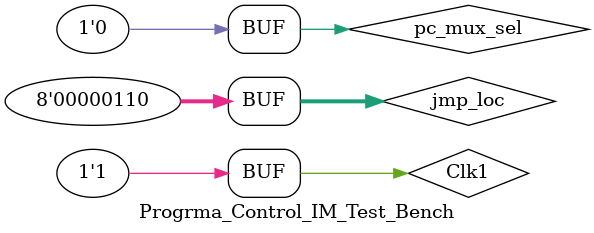
<source format=v>
`timescale 1ns / 1ps


module Progrma_Control_IM_Test_Bench;

	// Inputs
	reg Clk1;
	reg [7:0] jmp_loc;
	reg pc_mux_sel;

	// Outputs
	wire [19:0] Ins;
	wire [7:0] current_address;
	
	
	parameter PERIOD = 1000;

   always begin
      Clk1 = 1'b0;
      #(PERIOD/2) Clk1 = 1'b1;
      #(PERIOD/2);
   end  


	// Instantiate the Unit Under Test (UUT)
	Program_Counter_IM_Block uut (
		.Clk1(Clk1), 
		.jmp_loc(jmp_loc), 
		.pc_mux_sel(pc_mux_sel), 
		.Ins(Ins), 
		.current_address(current_address)
	);

	initial begin
		// Initialize Inputs
		jmp_loc = 8'b00000110;
		pc_mux_sel = 0;

		// Wait 100 ns for global reset to finish
      #1000 pc_mux_sel=0;  
      #1000 pc_mux_sel=0;  
      #1000 pc_mux_sel=0;  
      #1000 pc_mux_sel=0;  
      #1000 pc_mux_sel=0;  
      #1000 pc_mux_sel=1;  
      #1000 pc_mux_sel=0;  
      #1000 pc_mux_sel=0;  

		// Add stimulus here

	end
      
endmodule


</source>
